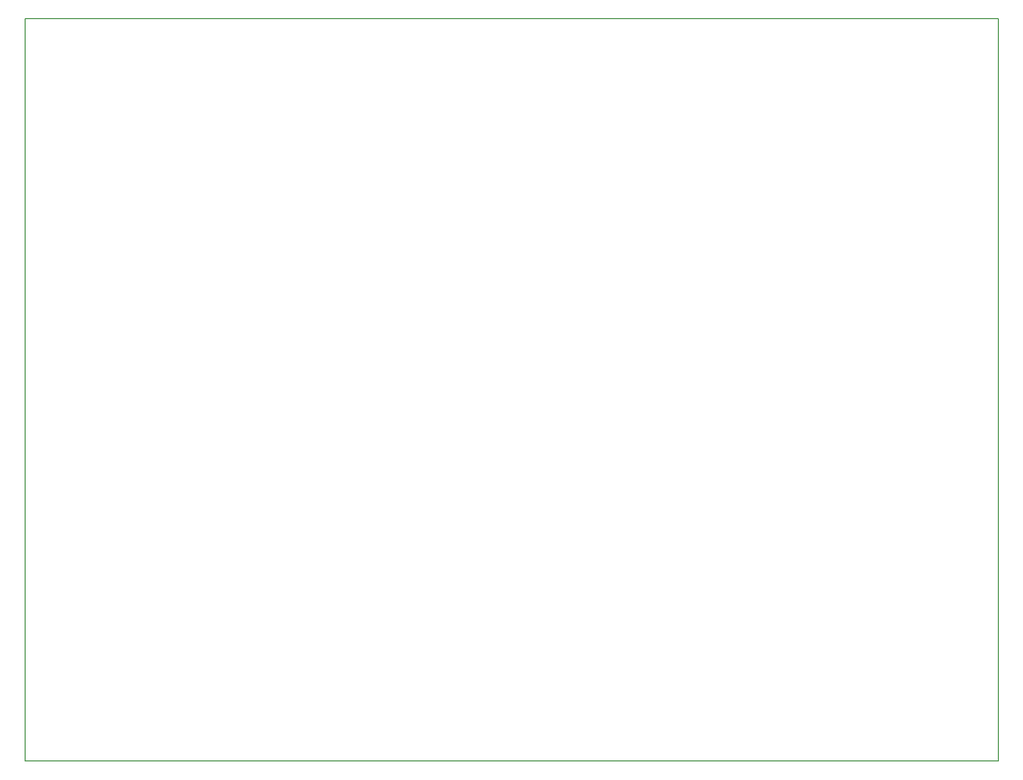
<source format=gm1>
%TF.GenerationSoftware,KiCad,Pcbnew,(6.0.11)*%
%TF.CreationDate,2023-08-08T10:57:20-03:00*%
%TF.ProjectId,qds-cv-jig-hw,7164732d-6376-42d6-9a69-672d68772e6b,rev?*%
%TF.SameCoordinates,Original*%
%TF.FileFunction,Profile,NP*%
%FSLAX46Y46*%
G04 Gerber Fmt 4.6, Leading zero omitted, Abs format (unit mm)*
G04 Created by KiCad (PCBNEW (6.0.11)) date 2023-08-08 10:57:20*
%MOMM*%
%LPD*%
G01*
G04 APERTURE LIST*
%TA.AperFunction,Profile*%
%ADD10C,0.200000*%
%TD*%
G04 APERTURE END LIST*
D10*
X63000000Y-35000000D02*
X227000000Y-35000000D01*
X227000000Y-35000000D02*
X227000000Y-160000000D01*
X227000000Y-160000000D02*
X63000000Y-160000000D01*
X63000000Y-160000000D02*
X63000000Y-35000000D01*
M02*

</source>
